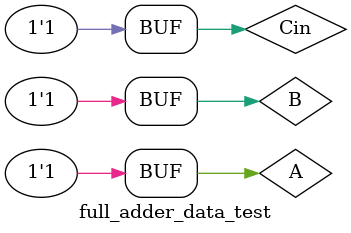
<source format=v>

`timescale 1ns / 1ps

module full_adder_data_test;

// Inputs
reg[0:0]A; 
reg[0:0]B;
reg[0:0]Cin;

// Outputs
wire[0:0]S;
wire[0:0]Cout;

full_adder_data ttul(.A(A), .B(B), .Cin(Cin), .S(S), .Cout(Cout));

// Testing
initial
begin
  A = 0; B = 0; Cin = 0;
	#10 A = 1;
	#10 B = 1; A = 0;
	#10 A = 1;
	#10 Cin = 1; A = 0; B = 0;
	#10 A = 1;
	#10 B = 1; A = 0;
	#10 A = 1;
	#10;
end
   
endmodule

</source>
